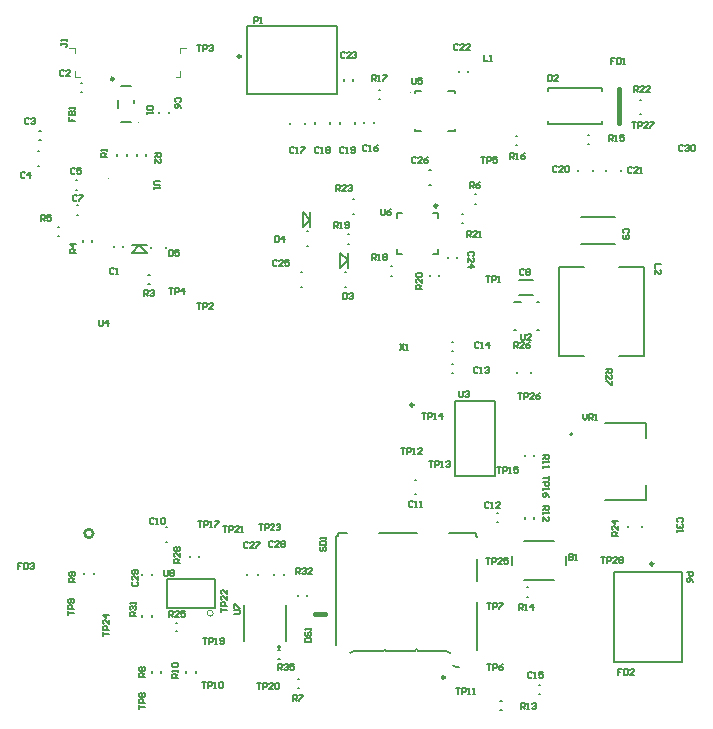
<source format=gto>
G04*
G04 #@! TF.GenerationSoftware,Altium Limited,Altium Designer,21.9.2 (33)*
G04*
G04 Layer_Color=65535*
%FSLAX25Y25*%
%MOIN*%
G70*
G04*
G04 #@! TF.SameCoordinates,C603DD54-685B-4B9A-A4C2-A7D413009CF4*
G04*
G04*
G04 #@! TF.FilePolarity,Positive*
G04*
G01*
G75*
%ADD10C,0.00787*%
%ADD11C,0.00984*%
%ADD12C,0.01000*%
%ADD13C,0.00394*%
%ADD14C,0.00000*%
%ADD15C,0.00500*%
%ADD16C,0.00800*%
%ADD17C,0.01575*%
%ADD18C,0.00669*%
%ADD19C,0.00600*%
D10*
X192283Y95555D02*
G03*
X192283Y95555I-394J0D01*
G01*
X94800Y24685D02*
G03*
X94800Y24685I-394J0D01*
G01*
X119722Y23433D02*
G03*
X118150Y22649I0J-1969D01*
G01*
X151492Y22593D02*
G03*
X149880Y23433I-1612J-1129D01*
G01*
X140255Y23826D02*
G03*
X139861Y23433I0J-394D01*
G01*
X130019D02*
G03*
X129625Y23826I-394J0D01*
G01*
X152460Y18463D02*
G03*
X153817Y17921I1357J1426D01*
G01*
X129625Y23826D02*
G03*
X129232Y23433I0J-394D01*
G01*
X140649D02*
G03*
X140255Y23826I-394J0D01*
G01*
X187700Y121799D02*
X195968D01*
X187700Y151327D02*
X195968D01*
X207779Y121799D02*
X216047D01*
X207779Y151327D02*
X216047D01*
X187700Y121799D02*
Y151327D01*
X216047Y121799D02*
Y151327D01*
X206180Y19800D02*
Y49800D01*
X228700D01*
Y19800D02*
Y49800D01*
X206180Y19800D02*
X228700D01*
X147291Y155588D02*
Y157261D01*
X145618Y155588D02*
X147291D01*
X133709D02*
Y157261D01*
Y155588D02*
X135382D01*
X133709Y167498D02*
Y169171D01*
X135382D01*
X147291Y167498D02*
Y169171D01*
X145618D02*
X147291D01*
X178501Y116010D02*
Y116403D01*
X173776Y116010D02*
Y116403D01*
X94210Y23811D02*
X94604D01*
X94210Y20661D02*
X94604D01*
X64919Y54602D02*
Y54996D01*
X67675Y54602D02*
Y54996D01*
X40632Y204275D02*
Y207031D01*
X46144Y205850D02*
Y207031D01*
X41616Y211558D02*
X45159D01*
X41616Y199747D02*
X45159D01*
X153817Y17921D02*
X154270D01*
X160486Y23630D02*
Y39575D01*
X160510Y46661D02*
Y54141D01*
X140649Y23433D02*
X149880D01*
X113463Y61543D02*
X113935D01*
X119722Y23433D02*
X129232D01*
X160510Y61228D02*
Y61543D01*
X151120Y62803D02*
X159309D01*
X113935D02*
X115923D01*
X113463Y25401D02*
Y61543D01*
X113935D02*
Y62803D01*
X127616D02*
X140490D01*
X159309D02*
X160037D01*
Y61543D02*
X160510D01*
X160037D02*
Y62803D01*
X115923D02*
X116986D01*
X130019Y23433D02*
X139861D01*
X102331Y164636D02*
Y169636D01*
Y164636D02*
X104831Y167136D01*
X102331Y169636D02*
X104831Y167136D01*
Y164636D02*
Y169636D01*
X103737Y163239D02*
X104138D01*
X103737Y158317D02*
X104138D01*
X45391Y156095D02*
X50391D01*
X47891Y158595D02*
X50391Y156095D01*
X45391D02*
X47891Y158595D01*
X45391D02*
X50391D01*
X51789Y157501D02*
Y157903D01*
X56710Y157501D02*
Y157903D01*
X195024Y167822D02*
X206466D01*
X195024Y158939D02*
X206466D01*
X174463Y142073D02*
X179187D01*
X174463Y146994D02*
X179187D01*
X139614Y196593D02*
X141779D01*
X150835D02*
X153000D01*
X150835Y209979D02*
X153000D01*
X139614D02*
X141779D01*
X139614Y209349D02*
Y209979D01*
Y196593D02*
Y197223D01*
X153000Y196593D02*
Y197223D01*
Y209349D02*
Y209979D01*
X202181Y199130D02*
Y200114D01*
X184071Y199130D02*
Y200114D01*
X202181Y209956D02*
Y210941D01*
X184071Y209956D02*
Y210941D01*
Y199130D02*
X202181D01*
X184071Y210941D02*
X202181D01*
X144575Y178729D02*
X144968D01*
X144575Y183651D02*
X144968D01*
X153891Y154282D02*
Y154676D01*
X150741Y154282D02*
Y154676D01*
X48628Y48746D02*
Y49140D01*
X52172Y48746D02*
Y49140D01*
X83758Y208990D02*
X113758D01*
X83758D02*
Y231509D01*
X113758D01*
Y208990D02*
Y231509D01*
X40440Y188432D02*
Y188826D01*
X43590Y188432D02*
Y188826D01*
X46940Y188432D02*
Y188826D01*
X50090Y188432D02*
Y188826D01*
X42541Y157924D02*
Y158318D01*
X39391Y157924D02*
Y158318D01*
X28407Y209625D02*
X28801D01*
X28407Y212775D02*
X28801D01*
X14566Y193525D02*
X14960D01*
X14566Y196675D02*
X14960D01*
X14060Y184939D02*
X14454D01*
X14060Y189861D02*
X14454D01*
X26654Y177025D02*
X27047D01*
X26654Y180175D02*
X27047D01*
X54588Y202756D02*
Y203150D01*
X57738Y202756D02*
Y203150D01*
X27161Y168796D02*
X27554D01*
X27161Y171946D02*
X27554D01*
X56671Y59625D02*
X57065D01*
X56671Y64546D02*
X57065D01*
X139803Y80461D02*
X140197D01*
X139803Y75539D02*
X140197D01*
X167154Y66225D02*
X167547D01*
X167154Y69375D02*
X167547D01*
X152119Y119075D02*
X152513D01*
X152119Y115925D02*
X152513D01*
X152119Y126378D02*
X152513D01*
X152119Y123228D02*
X152513D01*
X181150Y12090D02*
X181543D01*
X181150Y8941D02*
X181543D01*
X122889Y199169D02*
Y199563D01*
X126038Y199169D02*
Y199563D01*
X98039Y199079D02*
Y199472D01*
X102961Y199079D02*
Y199472D01*
X106539Y199111D02*
Y199505D01*
X111461Y199111D02*
Y199505D01*
X114794Y199111D02*
Y199505D01*
X119715Y199111D02*
Y199505D01*
X198961Y183360D02*
Y183754D01*
X194039Y183360D02*
Y183754D01*
X208461Y183403D02*
Y183797D01*
X203539Y183403D02*
Y183797D01*
X157575Y216403D02*
Y216797D01*
X154425Y216403D02*
Y216797D01*
X119165Y213459D02*
Y213853D01*
X116016Y213459D02*
Y213853D01*
X101803Y144639D02*
X102197D01*
X101803Y149561D02*
X102197D01*
X114912Y151058D02*
Y156058D01*
Y151058D02*
X117412Y153558D01*
X114912Y156058D02*
X117412Y153558D01*
Y151058D02*
Y156058D01*
X116318Y149661D02*
X116719D01*
X116318Y144739D02*
X116719D01*
X50903Y148675D02*
X51297D01*
X50903Y145525D02*
X51297D01*
X28925Y159803D02*
Y160197D01*
X32075Y159803D02*
Y160197D01*
X20753Y161575D02*
X21146D01*
X20753Y164724D02*
X21146D01*
X159757Y172339D02*
X160151D01*
X159757Y175489D02*
X160151D01*
X100700Y14104D02*
X101093D01*
X100700Y10955D02*
X101093D01*
X55097Y16149D02*
Y16543D01*
X51947Y16149D02*
Y16543D01*
X32612Y48933D02*
Y49327D01*
X29463Y48933D02*
Y49327D01*
X66711Y16149D02*
Y16543D01*
X63561Y16149D02*
Y16543D01*
X179575Y88178D02*
Y88572D01*
X176425Y88178D02*
Y88572D01*
X179575Y67443D02*
Y67837D01*
X176425Y67443D02*
Y67837D01*
X168253Y6657D02*
X168647D01*
X168253Y3508D02*
X168647D01*
X177092Y41425D02*
X177486D01*
X177092Y44574D02*
X177486D01*
X197303Y192236D02*
X197697D01*
X197303Y195386D02*
X197697D01*
X173468Y195035D02*
X173862D01*
X173468Y191886D02*
X173862D01*
X127654Y210368D02*
X128047D01*
X127654Y207218D02*
X128047D01*
X131720Y151575D02*
X132114D01*
X131720Y148425D02*
X132114D01*
X117394Y162156D02*
X117787D01*
X117394Y159006D02*
X117787D01*
X147882Y148303D02*
Y148697D01*
X144732Y148303D02*
Y148697D01*
X155269Y169122D02*
X155663D01*
X155269Y165972D02*
X155663D01*
X214803Y202238D02*
X215197D01*
X214803Y206962D02*
X215197D01*
X119107Y169147D02*
X119501D01*
X119107Y173872D02*
X119501D01*
X210638Y64503D02*
Y64897D01*
X215362Y64503D02*
Y64897D01*
X60184Y30065D02*
X60577D01*
X60184Y32821D02*
X60577D01*
X87454Y48539D02*
Y48933D01*
X83911Y48539D02*
Y48933D01*
X96154Y48539D02*
Y48933D01*
X92611Y48539D02*
Y48933D01*
X51975Y34789D02*
Y35183D01*
X48825Y34789D02*
Y35183D01*
X103757Y41739D02*
Y42133D01*
X100608Y41739D02*
Y42133D01*
D11*
X219200Y52367D02*
G03*
X219200Y52367I-500J0D01*
G01*
X147193Y171730D02*
G03*
X147193Y171730I-492J0D01*
G01*
X149703Y14574D02*
G03*
X149703Y14574I-492J0D01*
G01*
X39317Y214051D02*
G03*
X39317Y214051I-492J0D01*
G01*
X139230Y105327D02*
G03*
X139230Y105327I-492J0D01*
G01*
X81691Y221509D02*
G03*
X81691Y221509I-500J0D01*
G01*
D12*
X32447Y62528D02*
G03*
X32447Y62528I-1409J0D01*
G01*
D13*
X47522Y199550D02*
G03*
X47522Y199550I-197J0D01*
G01*
X138236Y209349D02*
G03*
X138236Y209349I-197J0D01*
G01*
X37620Y180705D02*
G03*
X37620Y180705I-197J0D01*
G01*
X26458Y214734D02*
Y216734D01*
Y214734D02*
X27958D01*
X59958D02*
X61458D01*
Y216734D01*
X24458Y224234D02*
X26458D01*
Y222734D02*
Y224234D01*
X61458Y222734D02*
Y224234D01*
X63458D01*
D14*
X72486Y35928D02*
G03*
X72486Y35928I-1000J0D01*
G01*
D15*
X203110Y73705D02*
X216890D01*
Y78587D01*
X203110Y99295D02*
X216890D01*
Y94413D02*
Y99295D01*
X82714Y26713D02*
Y38760D01*
X96651Y26713D02*
Y38760D01*
X221619Y152237D02*
X219619D01*
Y150904D01*
Y148905D02*
Y150238D01*
X220952Y148905D01*
X221286D01*
X221619Y149238D01*
Y149904D01*
X221286Y150238D01*
X195750Y102438D02*
Y101106D01*
X196417Y100439D01*
X197083Y101106D01*
Y102438D01*
X197750Y100439D02*
Y102438D01*
X198749D01*
X199083Y102105D01*
Y101439D01*
X198749Y101106D01*
X197750D01*
X198416D02*
X199083Y100439D01*
X199749D02*
X200415D01*
X200082D01*
Y102438D01*
X199749Y102105D01*
X230279Y49693D02*
X232278D01*
Y48694D01*
X231945Y48360D01*
X231278D01*
X230945Y48694D01*
Y49693D01*
X232278Y46361D02*
X231945Y47028D01*
X231278Y47694D01*
X230612D01*
X230279Y47361D01*
Y46694D01*
X230612Y46361D01*
X230945D01*
X231278Y46694D01*
Y47694D01*
X34510Y133499D02*
Y131833D01*
X34843Y131500D01*
X35509D01*
X35842Y131833D01*
Y133499D01*
X37508Y131500D02*
Y133499D01*
X36509Y132500D01*
X37842D01*
X128381Y170691D02*
Y169025D01*
X128714Y168692D01*
X129381D01*
X129714Y169025D01*
Y170691D01*
X131713D02*
X131047Y170358D01*
X130380Y169691D01*
Y169025D01*
X130714Y168692D01*
X131380D01*
X131713Y169025D01*
Y169358D01*
X131380Y169691D01*
X130380D01*
X203285Y117362D02*
X205284D01*
Y116362D01*
X204951Y116029D01*
X204285D01*
X203951Y116362D01*
Y117362D01*
Y116696D02*
X203285Y116029D01*
Y114030D02*
Y115363D01*
X204618Y114030D01*
X204951D01*
X205284Y114363D01*
Y115030D01*
X204951Y115363D01*
X205284Y113363D02*
Y112030D01*
X204951D01*
X203618Y113363D01*
X203285D01*
X172823Y124405D02*
Y126405D01*
X173823D01*
X174156Y126071D01*
Y125405D01*
X173823Y125072D01*
X172823D01*
X173490D02*
X174156Y124405D01*
X176155D02*
X174822D01*
X176155Y125738D01*
Y126071D01*
X175822Y126405D01*
X175156D01*
X174822Y126071D01*
X178155Y126405D02*
X177488Y126071D01*
X176822Y125405D01*
Y124739D01*
X177155Y124405D01*
X177822D01*
X178155Y124739D01*
Y125072D01*
X177822Y125405D01*
X176822D01*
X94087Y17059D02*
Y19058D01*
X95087D01*
X95420Y18725D01*
Y18059D01*
X95087Y17726D01*
X94087D01*
X94754D02*
X95420Y17059D01*
X96087Y18725D02*
X96420Y19058D01*
X97086D01*
X97420Y18725D01*
Y18392D01*
X97086Y18059D01*
X96753D01*
X97086D01*
X97420Y17726D01*
Y17392D01*
X97086Y17059D01*
X96420D01*
X96087Y17392D01*
X99419Y19058D02*
X98086D01*
Y18059D01*
X98752Y18392D01*
X99086D01*
X99419Y18059D01*
Y17392D01*
X99086Y17059D01*
X98419D01*
X98086Y17392D01*
X61391Y52510D02*
X59391D01*
Y53510D01*
X59724Y53843D01*
X60391D01*
X60724Y53510D01*
Y52510D01*
Y53177D02*
X61391Y53843D01*
Y55842D02*
Y54510D01*
X60058Y55842D01*
X59724D01*
X59391Y55509D01*
Y54843D01*
X59724Y54510D01*
Y56509D02*
X59391Y56842D01*
Y57509D01*
X59724Y57842D01*
X60058D01*
X60391Y57509D01*
X60724Y57842D01*
X61057D01*
X61391Y57509D01*
Y56842D01*
X61057Y56509D01*
X60724D01*
X60391Y56842D01*
X60058Y56509D01*
X59724D01*
X60391Y56842D02*
Y57509D01*
X191199Y55672D02*
Y53672D01*
X192198D01*
X192532Y54006D01*
Y54339D01*
X192198Y54672D01*
X191199D01*
X192198D01*
X192532Y55005D01*
Y55339D01*
X192198Y55672D01*
X191199D01*
X193198Y53672D02*
X193864D01*
X193531D01*
Y55672D01*
X193198Y55339D01*
X79486Y35819D02*
X81152D01*
X81485Y36152D01*
Y36819D01*
X81152Y37152D01*
X79486D01*
Y37818D02*
Y39151D01*
X79819D01*
X81152Y37818D01*
X81485D01*
X201628Y54664D02*
X202961D01*
X202294D01*
Y52665D01*
X203627D02*
Y54664D01*
X204627D01*
X204960Y54331D01*
Y53665D01*
X204627Y53332D01*
X203627D01*
X206960Y52665D02*
X205627D01*
X206960Y53998D01*
Y54331D01*
X206626Y54664D01*
X205960D01*
X205627Y54331D01*
X207626D02*
X207959Y54664D01*
X208626D01*
X208959Y54331D01*
Y53998D01*
X208626Y53665D01*
X208959Y53332D01*
Y52998D01*
X208626Y52665D01*
X207959D01*
X207626Y52998D01*
Y53332D01*
X207959Y53665D01*
X207626Y53998D01*
Y54331D01*
X207959Y53665D02*
X208626D01*
X52414Y204904D02*
X50415D01*
Y203905D01*
X50748Y203572D01*
X52081D01*
X52414Y203905D01*
Y204904D01*
X50415Y202905D02*
Y202239D01*
Y202572D01*
X52414D01*
X52081Y202905D01*
X24488Y201413D02*
Y200080D01*
X25487D01*
Y200746D01*
Y200080D01*
X26487D01*
X24488Y202079D02*
X26487D01*
Y203079D01*
X26154Y203412D01*
X25820D01*
X25487Y203079D01*
Y202079D01*
Y203079D01*
X25154Y203412D01*
X24821D01*
X24488Y203079D01*
Y202079D01*
X26487Y204079D02*
Y204745D01*
Y204412D01*
X24488D01*
X24821Y204079D01*
X108448Y57953D02*
X108115Y57620D01*
Y56954D01*
X108448Y56621D01*
X108781D01*
X109114Y56954D01*
Y57620D01*
X109447Y57953D01*
X109781D01*
X110114Y57620D01*
Y56954D01*
X109781Y56621D01*
X108115Y58620D02*
X110114D01*
Y59619D01*
X109781Y59953D01*
X108448D01*
X108115Y59619D01*
Y58620D01*
X110114Y60619D02*
Y61286D01*
Y60952D01*
X108115D01*
X108448Y60619D01*
X93194Y161699D02*
Y159699D01*
X94194D01*
X94527Y160033D01*
Y161365D01*
X94194Y161699D01*
X93194D01*
X96193Y159699D02*
Y161699D01*
X95193Y160699D01*
X96526D01*
X57826Y156907D02*
Y154908D01*
X58826D01*
X59159Y155241D01*
Y156574D01*
X58826Y156907D01*
X57826D01*
X61159D02*
X59826D01*
Y155907D01*
X60492Y156241D01*
X60825D01*
X61159Y155907D01*
Y155241D01*
X60825Y154908D01*
X60159D01*
X59826Y155241D01*
X103243Y26187D02*
X105243D01*
Y27187D01*
X104909Y27520D01*
X103577D01*
X103243Y27187D01*
Y26187D01*
X103577Y29520D02*
X103243Y29186D01*
Y28520D01*
X103577Y28187D01*
X103910D01*
X104243Y28520D01*
Y29186D01*
X104576Y29520D01*
X104909D01*
X105243Y29186D01*
Y28520D01*
X104909Y28187D01*
X105243Y30186D02*
Y30853D01*
Y30519D01*
X103243D01*
X103577Y30186D01*
X21601Y226067D02*
Y225401D01*
Y225734D01*
X23267D01*
X23600Y225401D01*
Y225067D01*
X23267Y224734D01*
X23600Y226734D02*
Y227400D01*
Y227067D01*
X21601D01*
X21934Y226734D01*
X210841Y162682D02*
X211174Y163015D01*
Y163682D01*
X210841Y164015D01*
X209508D01*
X209174Y163682D01*
Y163015D01*
X209508Y162682D01*
Y162015D02*
X209174Y161682D01*
Y161016D01*
X209508Y160683D01*
X210841D01*
X211174Y161016D01*
Y161682D01*
X210841Y162015D01*
X210507D01*
X210174Y161682D01*
Y160683D01*
X175937Y150199D02*
X175603Y150533D01*
X174937D01*
X174604Y150199D01*
Y148866D01*
X174937Y148533D01*
X175603D01*
X175937Y148866D01*
X176603Y150199D02*
X176936Y150533D01*
X177603D01*
X177936Y150199D01*
Y149866D01*
X177603Y149533D01*
X177936Y149200D01*
Y148866D01*
X177603Y148533D01*
X176936D01*
X176603Y148866D01*
Y149200D01*
X176936Y149533D01*
X176603Y149866D01*
Y150199D01*
X176936Y149533D02*
X177603D01*
X8667Y52492D02*
X7334D01*
Y51492D01*
X8001D01*
X7334D01*
Y50492D01*
X9334Y52492D02*
Y50492D01*
X10333D01*
X10667Y50826D01*
Y52158D01*
X10333Y52492D01*
X9334D01*
X11333Y52158D02*
X11666Y52492D01*
X12333D01*
X12666Y52158D01*
Y51825D01*
X12333Y51492D01*
X11999D01*
X12333D01*
X12666Y51159D01*
Y50826D01*
X12333Y50492D01*
X11666D01*
X11333Y50826D01*
X175199Y129114D02*
Y127448D01*
X175532Y127114D01*
X176199D01*
X176532Y127448D01*
Y129114D01*
X178531Y127114D02*
X177198D01*
X178531Y128447D01*
Y128781D01*
X178198Y129114D01*
X177532D01*
X177198Y128781D01*
X138834Y214200D02*
Y212534D01*
X139167Y212200D01*
X139834D01*
X140167Y212534D01*
Y214200D01*
X142166D02*
X140833D01*
Y213200D01*
X141500Y213533D01*
X141833D01*
X142166Y213200D01*
Y212534D01*
X141833Y212200D01*
X141166D01*
X140833Y212534D01*
X184152Y215399D02*
Y213399D01*
X185152D01*
X185485Y213733D01*
Y215066D01*
X185152Y215399D01*
X184152D01*
X187485Y213399D02*
X186152D01*
X187485Y214732D01*
Y215066D01*
X187151Y215399D01*
X186485D01*
X186152Y215066D01*
X54783Y180099D02*
X53117D01*
X52783Y179766D01*
Y179100D01*
X53117Y178766D01*
X54783D01*
X52783Y178100D02*
Y177433D01*
Y177767D01*
X54783D01*
X54449Y178100D01*
X162767Y221994D02*
Y219995D01*
X164100D01*
X164767D02*
X165433D01*
X165100D01*
Y221994D01*
X164767Y221661D01*
X228801Y66353D02*
X229134Y66686D01*
Y67353D01*
X228801Y67686D01*
X227468D01*
X227134Y67353D01*
Y66686D01*
X227468Y66353D01*
X228801Y65687D02*
X229134Y65354D01*
Y64687D01*
X228801Y64354D01*
X228467D01*
X228134Y64687D01*
Y65020D01*
Y64687D01*
X227801Y64354D01*
X227468D01*
X227134Y64687D01*
Y65354D01*
X227468Y65687D01*
X227134Y63687D02*
Y63021D01*
Y63354D01*
X229134D01*
X228801Y63687D01*
X140151Y187767D02*
X139818Y188100D01*
X139152D01*
X138819Y187767D01*
Y186434D01*
X139152Y186100D01*
X139818D01*
X140151Y186434D01*
X142151Y186100D02*
X140818D01*
X142151Y187433D01*
Y187767D01*
X141817Y188100D01*
X141151D01*
X140818Y187767D01*
X144150Y188100D02*
X143484Y187767D01*
X142817Y187100D01*
Y186434D01*
X143150Y186100D01*
X143817D01*
X144150Y186434D01*
Y186767D01*
X143817Y187100D01*
X142817D01*
X159167Y155049D02*
X159500Y155382D01*
Y156049D01*
X159167Y156382D01*
X157834D01*
X157500Y156049D01*
Y155382D01*
X157834Y155049D01*
X157500Y153050D02*
Y154383D01*
X158833Y153050D01*
X159167D01*
X159500Y153383D01*
Y154049D01*
X159167Y154383D01*
X157500Y151384D02*
X159500D01*
X158500Y152383D01*
Y151050D01*
X45600Y46431D02*
X45267Y46097D01*
Y45431D01*
X45600Y45098D01*
X46933D01*
X47266Y45431D01*
Y46097D01*
X46933Y46431D01*
X47266Y48430D02*
Y47097D01*
X45933Y48430D01*
X45600D01*
X45267Y48097D01*
Y47430D01*
X45600Y47097D01*
X46933Y49096D02*
X47266Y49430D01*
Y50096D01*
X46933Y50429D01*
X45600D01*
X45267Y50096D01*
Y49430D01*
X45600Y49096D01*
X45933D01*
X46266Y49430D01*
Y50429D01*
X56162Y50338D02*
Y48672D01*
X56495Y48339D01*
X57161D01*
X57495Y48672D01*
Y50338D01*
X58161Y50005D02*
X58494Y50338D01*
X59161D01*
X59494Y50005D01*
Y49672D01*
X59161Y49338D01*
X59494Y49005D01*
Y48672D01*
X59161Y48339D01*
X58494D01*
X58161Y48672D01*
Y49005D01*
X58494Y49338D01*
X58161Y49672D01*
Y50005D01*
X58494Y49338D02*
X59161D01*
X134910Y125500D02*
X136243Y123500D01*
Y125500D02*
X134910Y123500D01*
X136909D02*
X137576D01*
X137242D01*
Y125500D01*
X136909Y125166D01*
X154383Y109858D02*
Y108192D01*
X154716Y107858D01*
X155383D01*
X155716Y108192D01*
Y109858D01*
X156382Y109524D02*
X156716Y109858D01*
X157382D01*
X157715Y109524D01*
Y109191D01*
X157382Y108858D01*
X157049D01*
X157382D01*
X157715Y108525D01*
Y108192D01*
X157382Y107858D01*
X156716D01*
X156382Y108192D01*
X86000Y232500D02*
Y234499D01*
X87000D01*
X87333Y234166D01*
Y233500D01*
X87000Y233166D01*
X86000D01*
X87999Y232500D02*
X88666D01*
X88333D01*
Y234499D01*
X87999Y234166D01*
X37253Y187932D02*
X35253D01*
Y188932D01*
X35587Y189265D01*
X36253D01*
X36586Y188932D01*
Y187932D01*
Y188599D02*
X37253Y189265D01*
Y189932D02*
Y190598D01*
Y190265D01*
X35253D01*
X35587Y189932D01*
X52970Y189368D02*
X54969D01*
Y188369D01*
X54636Y188036D01*
X53970D01*
X53636Y188369D01*
Y189368D01*
Y188702D02*
X52970Y188036D01*
Y186036D02*
Y187369D01*
X54303Y186036D01*
X54636D01*
X54969Y186370D01*
Y187036D01*
X54636Y187369D01*
X39391Y150721D02*
X39058Y151054D01*
X38392D01*
X38058Y150721D01*
Y149388D01*
X38392Y149055D01*
X39058D01*
X39391Y149388D01*
X40058Y149055D02*
X40724D01*
X40391D01*
Y151054D01*
X40058Y150721D01*
X22604Y216527D02*
X22271Y216860D01*
X21604D01*
X21271Y216527D01*
Y215194D01*
X21604Y214861D01*
X22271D01*
X22604Y215194D01*
X24603Y214861D02*
X23270D01*
X24603Y216194D01*
Y216527D01*
X24270Y216860D01*
X23603D01*
X23270Y216527D01*
X10985Y200598D02*
X10652Y200931D01*
X9985D01*
X9652Y200598D01*
Y199265D01*
X9985Y198932D01*
X10652D01*
X10985Y199265D01*
X11651Y200598D02*
X11985Y200931D01*
X12651D01*
X12984Y200598D01*
Y200265D01*
X12651Y199932D01*
X12318D01*
X12651D01*
X12984Y199598D01*
Y199265D01*
X12651Y198932D01*
X11985D01*
X11651Y199265D01*
X9593Y182731D02*
X9260Y183064D01*
X8593D01*
X8260Y182731D01*
Y181398D01*
X8593Y181064D01*
X9260D01*
X9593Y181398D01*
X11259Y181064D02*
Y183064D01*
X10259Y182064D01*
X11592D01*
X26515Y183849D02*
X26181Y184182D01*
X25515D01*
X25182Y183849D01*
Y182516D01*
X25515Y182183D01*
X26181D01*
X26515Y182516D01*
X28514Y184182D02*
X27181D01*
Y183182D01*
X27847Y183516D01*
X28181D01*
X28514Y183182D01*
Y182516D01*
X28181Y182183D01*
X27514D01*
X27181Y182516D01*
X61554Y206173D02*
X61887Y206507D01*
Y207173D01*
X61554Y207506D01*
X60221D01*
X59888Y207173D01*
Y206507D01*
X60221Y206173D01*
X61887Y204174D02*
X61554Y204840D01*
X60887Y205507D01*
X60221D01*
X59888Y205174D01*
Y204507D01*
X60221Y204174D01*
X60554D01*
X60887Y204507D01*
Y205507D01*
X27090Y175138D02*
X26756Y175471D01*
X26090D01*
X25757Y175138D01*
Y173805D01*
X26090Y173472D01*
X26756D01*
X27090Y173805D01*
X27756Y175471D02*
X29089D01*
Y175138D01*
X27756Y173805D01*
Y173472D01*
X52748Y67338D02*
X52415Y67671D01*
X51749D01*
X51415Y67338D01*
Y66005D01*
X51749Y65672D01*
X52415D01*
X52748Y66005D01*
X53415Y65672D02*
X54081D01*
X53748D01*
Y67671D01*
X53415Y67338D01*
X55081D02*
X55414Y67671D01*
X56081D01*
X56414Y67338D01*
Y66005D01*
X56081Y65672D01*
X55414D01*
X55081Y66005D01*
Y67338D01*
X139167Y72838D02*
X138834Y73172D01*
X138167D01*
X137834Y72838D01*
Y71506D01*
X138167Y71172D01*
X138834D01*
X139167Y71506D01*
X139833Y71172D02*
X140500D01*
X140167D01*
Y73172D01*
X139833Y72838D01*
X141499Y71172D02*
X142166D01*
X141833D01*
Y73172D01*
X141499Y72838D01*
X164469Y72769D02*
X164135Y73102D01*
X163469D01*
X163136Y72769D01*
Y71436D01*
X163469Y71103D01*
X164135D01*
X164469Y71436D01*
X165135Y71103D02*
X165802D01*
X165468D01*
Y73102D01*
X165135Y72769D01*
X168134Y71103D02*
X166801D01*
X168134Y72436D01*
Y72769D01*
X167801Y73102D01*
X167134D01*
X166801Y72769D01*
X160748Y117581D02*
X160415Y117914D01*
X159748D01*
X159415Y117581D01*
Y116248D01*
X159748Y115914D01*
X160415D01*
X160748Y116248D01*
X161414Y115914D02*
X162081D01*
X161748D01*
Y117914D01*
X161414Y117581D01*
X163081D02*
X163414Y117914D01*
X164080D01*
X164413Y117581D01*
Y117247D01*
X164080Y116914D01*
X163747D01*
X164080D01*
X164413Y116581D01*
Y116248D01*
X164080Y115914D01*
X163414D01*
X163081Y116248D01*
X161073Y125922D02*
X160740Y126256D01*
X160074D01*
X159740Y125922D01*
Y124590D01*
X160074Y124256D01*
X160740D01*
X161073Y124590D01*
X161740Y124256D02*
X162406D01*
X162073D01*
Y126256D01*
X161740Y125922D01*
X164406Y124256D02*
Y126256D01*
X163406Y125256D01*
X164739D01*
X178704Y16149D02*
X178371Y16482D01*
X177704D01*
X177371Y16149D01*
Y14816D01*
X177704Y14483D01*
X178371D01*
X178704Y14816D01*
X179370Y14483D02*
X180037D01*
X179703D01*
Y16482D01*
X179370Y16149D01*
X182369Y16482D02*
X181036D01*
Y15482D01*
X181703Y15815D01*
X182036D01*
X182369Y15482D01*
Y14816D01*
X182036Y14483D01*
X181370D01*
X181036Y14816D01*
X123870Y191581D02*
X123536Y191914D01*
X122870D01*
X122537Y191581D01*
Y190248D01*
X122870Y189915D01*
X123536D01*
X123870Y190248D01*
X124536Y189915D02*
X125202D01*
X124869D01*
Y191914D01*
X124536Y191581D01*
X127535Y191914D02*
X126868Y191581D01*
X126202Y190914D01*
Y190248D01*
X126535Y189915D01*
X127202D01*
X127535Y190248D01*
Y190581D01*
X127202Y190914D01*
X126202D01*
X99334Y191002D02*
X99001Y191335D01*
X98334D01*
X98001Y191002D01*
Y189669D01*
X98334Y189336D01*
X99001D01*
X99334Y189669D01*
X100000Y189336D02*
X100667D01*
X100333D01*
Y191335D01*
X100000Y191002D01*
X101666Y191335D02*
X102999D01*
Y191002D01*
X101666Y189669D01*
Y189336D01*
X107801Y191002D02*
X107467Y191335D01*
X106801D01*
X106468Y191002D01*
Y189669D01*
X106801Y189336D01*
X107467D01*
X107801Y189669D01*
X108467Y189336D02*
X109134D01*
X108800D01*
Y191335D01*
X108467Y191002D01*
X110133D02*
X110467Y191335D01*
X111133D01*
X111466Y191002D01*
Y190669D01*
X111133Y190336D01*
X111466Y190003D01*
Y189669D01*
X111133Y189336D01*
X110467D01*
X110133Y189669D01*
Y190003D01*
X110467Y190336D01*
X110133Y190669D01*
Y191002D01*
X110467Y190336D02*
X111133D01*
X116039Y190874D02*
X115706Y191208D01*
X115040D01*
X114707Y190874D01*
Y189541D01*
X115040Y189208D01*
X115706D01*
X116039Y189541D01*
X116706Y189208D02*
X117372D01*
X117039D01*
Y191208D01*
X116706Y190874D01*
X118372Y189541D02*
X118705Y189208D01*
X119372D01*
X119705Y189541D01*
Y190874D01*
X119372Y191208D01*
X118705D01*
X118372Y190874D01*
Y190541D01*
X118705Y190208D01*
X119705D01*
X187151Y184711D02*
X186818Y185044D01*
X186152D01*
X185819Y184711D01*
Y183378D01*
X186152Y183045D01*
X186818D01*
X187151Y183378D01*
X189151Y183045D02*
X187818D01*
X189151Y184378D01*
Y184711D01*
X188818Y185044D01*
X188151D01*
X187818Y184711D01*
X189817D02*
X190150Y185044D01*
X190817D01*
X191150Y184711D01*
Y183378D01*
X190817Y183045D01*
X190150D01*
X189817Y183378D01*
Y184711D01*
X212032Y184317D02*
X211699Y184650D01*
X211032D01*
X210699Y184317D01*
Y182984D01*
X211032Y182651D01*
X211699D01*
X212032Y182984D01*
X214031Y182651D02*
X212698D01*
X214031Y183984D01*
Y184317D01*
X213698Y184650D01*
X213032D01*
X212698Y184317D01*
X214698Y182651D02*
X215364D01*
X215031D01*
Y184650D01*
X214698Y184317D01*
X153936Y225464D02*
X153603Y225797D01*
X152936D01*
X152603Y225464D01*
Y224131D01*
X152936Y223798D01*
X153603D01*
X153936Y224131D01*
X155935Y223798D02*
X154602D01*
X155935Y225131D01*
Y225464D01*
X155602Y225797D01*
X154936D01*
X154602Y225464D01*
X157935Y223798D02*
X156602D01*
X157935Y225131D01*
Y225464D01*
X157601Y225797D01*
X156935D01*
X156602Y225464D01*
X116257Y222661D02*
X115924Y222994D01*
X115258D01*
X114924Y222661D01*
Y221328D01*
X115258Y220995D01*
X115924D01*
X116257Y221328D01*
X118257Y220995D02*
X116924D01*
X118257Y222328D01*
Y222661D01*
X117923Y222994D01*
X117257D01*
X116924Y222661D01*
X118923D02*
X119256Y222994D01*
X119923D01*
X120256Y222661D01*
Y222328D01*
X119923Y221994D01*
X119590D01*
X119923D01*
X120256Y221661D01*
Y221328D01*
X119923Y220995D01*
X119256D01*
X118923Y221328D01*
X93921Y153275D02*
X93588Y153608D01*
X92921D01*
X92588Y153275D01*
Y151942D01*
X92921Y151609D01*
X93588D01*
X93921Y151942D01*
X95920Y151609D02*
X94587D01*
X95920Y152942D01*
Y153275D01*
X95587Y153608D01*
X94921D01*
X94587Y153275D01*
X97920Y153608D02*
X96587D01*
Y152609D01*
X97253Y152942D01*
X97587D01*
X97920Y152609D01*
Y151942D01*
X97587Y151609D01*
X96920D01*
X96587Y151942D01*
X115669Y142693D02*
Y140693D01*
X116669D01*
X117002Y141027D01*
Y142360D01*
X116669Y142693D01*
X115669D01*
X117669Y142360D02*
X118002Y142693D01*
X118668D01*
X119001Y142360D01*
Y142026D01*
X118668Y141693D01*
X118335D01*
X118668D01*
X119001Y141360D01*
Y141027D01*
X118668Y140693D01*
X118002D01*
X117669Y141027D01*
X49339Y141595D02*
Y143594D01*
X50339D01*
X50672Y143261D01*
Y142595D01*
X50339Y142261D01*
X49339D01*
X50006D02*
X50672Y141595D01*
X51339Y143261D02*
X51672Y143594D01*
X52338D01*
X52672Y143261D01*
Y142928D01*
X52338Y142595D01*
X52005D01*
X52338D01*
X52672Y142261D01*
Y141928D01*
X52338Y141595D01*
X51672D01*
X51339Y141928D01*
X26848Y155962D02*
X24848D01*
Y156962D01*
X25182Y157295D01*
X25848D01*
X26181Y156962D01*
Y155962D01*
Y156629D02*
X26848Y157295D01*
Y158961D02*
X24848D01*
X25848Y157962D01*
Y159294D01*
X15164Y166770D02*
Y168769D01*
X16163D01*
X16497Y168436D01*
Y167769D01*
X16163Y167436D01*
X15164D01*
X15830D02*
X16497Y166770D01*
X18496Y168769D02*
X17163D01*
Y167769D01*
X17830Y168103D01*
X18163D01*
X18496Y167769D01*
Y167103D01*
X18163Y166770D01*
X17496D01*
X17163Y167103D01*
X158091Y177730D02*
Y179729D01*
X159090D01*
X159424Y179396D01*
Y178729D01*
X159090Y178396D01*
X158091D01*
X158757D02*
X159424Y177730D01*
X161423Y179729D02*
X160757Y179396D01*
X160090Y178729D01*
Y178063D01*
X160423Y177730D01*
X161090D01*
X161423Y178063D01*
Y178396D01*
X161090Y178729D01*
X160090D01*
X99231Y6563D02*
Y8562D01*
X100230D01*
X100564Y8229D01*
Y7562D01*
X100230Y7229D01*
X99231D01*
X99897D02*
X100564Y6563D01*
X101230Y8562D02*
X102563D01*
Y8229D01*
X101230Y6896D01*
Y6563D01*
X49628Y14680D02*
X47629D01*
Y15679D01*
X47962Y16013D01*
X48628D01*
X48962Y15679D01*
Y14680D01*
Y15346D02*
X49628Y16013D01*
X47962Y16679D02*
X47629Y17012D01*
Y17679D01*
X47962Y18012D01*
X48295D01*
X48628Y17679D01*
X48962Y18012D01*
X49295D01*
X49628Y17679D01*
Y17012D01*
X49295Y16679D01*
X48962D01*
X48628Y17012D01*
X48295Y16679D01*
X47962D01*
X48628Y17012D02*
Y17679D01*
X26435Y46288D02*
X24436D01*
Y47288D01*
X24769Y47621D01*
X25435D01*
X25769Y47288D01*
Y46288D01*
Y46955D02*
X26435Y47621D01*
X26102Y48288D02*
X26435Y48621D01*
Y49287D01*
X26102Y49621D01*
X24769D01*
X24436Y49287D01*
Y48621D01*
X24769Y48288D01*
X25102D01*
X25435Y48621D01*
Y49621D01*
X60836Y14264D02*
X58837D01*
Y15264D01*
X59170Y15597D01*
X59836D01*
X60170Y15264D01*
Y14264D01*
Y14931D02*
X60836Y15597D01*
Y16263D02*
Y16930D01*
Y16597D01*
X58837D01*
X59170Y16263D01*
Y17930D02*
X58837Y18263D01*
Y18929D01*
X59170Y19263D01*
X60503D01*
X60836Y18929D01*
Y18263D01*
X60503Y17930D01*
X59170D01*
X182499Y88671D02*
X184498D01*
Y87671D01*
X184165Y87338D01*
X183498D01*
X183165Y87671D01*
Y88671D01*
Y88004D02*
X182499Y87338D01*
Y86671D02*
Y86005D01*
Y86338D01*
X184498D01*
X184165Y86671D01*
X182499Y85005D02*
Y84339D01*
Y84672D01*
X184498D01*
X184165Y85005D01*
X182414Y71573D02*
X184413D01*
Y70573D01*
X184080Y70240D01*
X183413D01*
X183080Y70573D01*
Y71573D01*
Y70906D02*
X182414Y70240D01*
Y69573D02*
Y68907D01*
Y69240D01*
X184413D01*
X184080Y69573D01*
X182414Y66574D02*
Y67907D01*
X183747Y66574D01*
X184080D01*
X184413Y66907D01*
Y67574D01*
X184080Y67907D01*
X175239Y4083D02*
Y6082D01*
X176239D01*
X176572Y5749D01*
Y5082D01*
X176239Y4749D01*
X175239D01*
X175906D02*
X176572Y4083D01*
X177239D02*
X177905D01*
X177572D01*
Y6082D01*
X177239Y5749D01*
X178905D02*
X179238Y6082D01*
X179905D01*
X180238Y5749D01*
Y5416D01*
X179905Y5082D01*
X179571D01*
X179905D01*
X180238Y4749D01*
Y4416D01*
X179905Y4083D01*
X179238D01*
X178905Y4416D01*
X174397Y37071D02*
Y39070D01*
X175397D01*
X175730Y38737D01*
Y38071D01*
X175397Y37738D01*
X174397D01*
X175064D02*
X175730Y37071D01*
X176397D02*
X177063D01*
X176730D01*
Y39070D01*
X176397Y38737D01*
X179062Y37071D02*
Y39070D01*
X178063Y38071D01*
X179396D01*
X204438Y193351D02*
Y195350D01*
X205437D01*
X205771Y195017D01*
Y194350D01*
X205437Y194017D01*
X204438D01*
X205104D02*
X205771Y193351D01*
X206437D02*
X207104D01*
X206770D01*
Y195350D01*
X206437Y195017D01*
X209436Y195350D02*
X208103D01*
Y194350D01*
X208770Y194683D01*
X209103D01*
X209436Y194350D01*
Y193684D01*
X209103Y193351D01*
X208436D01*
X208103Y193684D01*
X171363Y187250D02*
Y189250D01*
X172363D01*
X172696Y188917D01*
Y188250D01*
X172363Y187917D01*
X171363D01*
X172029D02*
X172696Y187250D01*
X173362D02*
X174029D01*
X173696D01*
Y189250D01*
X173362Y188917D01*
X176361Y189250D02*
X175695Y188917D01*
X175029Y188250D01*
Y187584D01*
X175362Y187250D01*
X176028D01*
X176361Y187584D01*
Y187917D01*
X176028Y188250D01*
X175029D01*
X125548Y213182D02*
Y215182D01*
X126548D01*
X126881Y214849D01*
Y214182D01*
X126548Y213849D01*
X125548D01*
X126215D02*
X126881Y213182D01*
X127547D02*
X128214D01*
X127881D01*
Y215182D01*
X127547Y214849D01*
X129214Y215182D02*
X130546D01*
Y214849D01*
X129214Y213516D01*
Y213182D01*
X125548Y153716D02*
Y155716D01*
X126548D01*
X126881Y155382D01*
Y154716D01*
X126548Y154383D01*
X125548D01*
X126215D02*
X126881Y153716D01*
X127547D02*
X128214D01*
X127881D01*
Y155716D01*
X127547Y155382D01*
X129214D02*
X129547Y155716D01*
X130213D01*
X130546Y155382D01*
Y155049D01*
X130213Y154716D01*
X130546Y154383D01*
Y154049D01*
X130213Y153716D01*
X129547D01*
X129214Y154049D01*
Y154383D01*
X129547Y154716D01*
X129214Y155049D01*
Y155382D01*
X129547Y154716D02*
X130213D01*
X112787Y164333D02*
Y166332D01*
X113786D01*
X114120Y165999D01*
Y165332D01*
X113786Y164999D01*
X112787D01*
X113453D02*
X114120Y164333D01*
X114786D02*
X115453D01*
X115119D01*
Y166332D01*
X114786Y165999D01*
X116452Y164666D02*
X116786Y164333D01*
X117452D01*
X117785Y164666D01*
Y165999D01*
X117452Y166332D01*
X116786D01*
X116452Y165999D01*
Y165665D01*
X116786Y165332D01*
X117785D01*
X142228Y143964D02*
X140229D01*
Y144964D01*
X140562Y145297D01*
X141228D01*
X141562Y144964D01*
Y143964D01*
Y144631D02*
X142228Y145297D01*
Y147296D02*
Y145964D01*
X140895Y147296D01*
X140562D01*
X140229Y146963D01*
Y146297D01*
X140562Y145964D01*
Y147963D02*
X140229Y148296D01*
Y148962D01*
X140562Y149296D01*
X141895D01*
X142228Y148962D01*
Y148296D01*
X141895Y147963D01*
X140562D01*
X156976Y161451D02*
Y163451D01*
X157976D01*
X158309Y163118D01*
Y162451D01*
X157976Y162118D01*
X156976D01*
X157643D02*
X158309Y161451D01*
X160309D02*
X158976D01*
X160309Y162784D01*
Y163118D01*
X159976Y163451D01*
X159309D01*
X158976Y163118D01*
X160975Y161451D02*
X161642D01*
X161308D01*
Y163451D01*
X160975Y163118D01*
X212901Y209507D02*
Y211506D01*
X213901D01*
X214234Y211173D01*
Y210506D01*
X213901Y210173D01*
X212901D01*
X213568D02*
X214234Y209507D01*
X216233D02*
X214900D01*
X216233Y210840D01*
Y211173D01*
X215900Y211506D01*
X215234D01*
X214900Y211173D01*
X218233Y209507D02*
X216900D01*
X218233Y210840D01*
Y211173D01*
X217899Y211506D01*
X217233D01*
X216900Y211173D01*
X113425Y176710D02*
Y178709D01*
X114425D01*
X114758Y178376D01*
Y177709D01*
X114425Y177376D01*
X113425D01*
X114092D02*
X114758Y176710D01*
X116757D02*
X115425D01*
X116757Y178043D01*
Y178376D01*
X116424Y178709D01*
X115758D01*
X115425Y178376D01*
X117424D02*
X117757Y178709D01*
X118424D01*
X118757Y178376D01*
Y178043D01*
X118424Y177709D01*
X118090D01*
X118424D01*
X118757Y177376D01*
Y177043D01*
X118424Y176710D01*
X117757D01*
X117424Y177043D01*
X207493Y61812D02*
X205494D01*
Y62812D01*
X205827Y63145D01*
X206494D01*
X206827Y62812D01*
Y61812D01*
Y62478D02*
X207493Y63145D01*
Y65144D02*
Y63811D01*
X206160Y65144D01*
X205827D01*
X205494Y64811D01*
Y64144D01*
X205827Y63811D01*
X207493Y66810D02*
X205494D01*
X206494Y65811D01*
Y67144D01*
X163527Y148200D02*
X164860D01*
X164193D01*
Y146200D01*
X165526D02*
Y148200D01*
X166526D01*
X166859Y147866D01*
Y147200D01*
X166526Y146867D01*
X165526D01*
X167525Y146200D02*
X168192D01*
X167859D01*
Y148200D01*
X167525Y147866D01*
X67194Y139481D02*
X68527D01*
X67861D01*
Y137481D01*
X69194D02*
Y139481D01*
X70193D01*
X70527Y139148D01*
Y138481D01*
X70193Y138148D01*
X69194D01*
X72526Y137481D02*
X71193D01*
X72526Y138814D01*
Y139148D01*
X72193Y139481D01*
X71526D01*
X71193Y139148D01*
X67251Y225307D02*
X68583D01*
X67917D01*
Y223308D01*
X69250D02*
Y225307D01*
X70249D01*
X70583Y224974D01*
Y224308D01*
X70249Y223974D01*
X69250D01*
X71249Y224974D02*
X71582Y225307D01*
X72249D01*
X72582Y224974D01*
Y224641D01*
X72249Y224308D01*
X71916D01*
X72249D01*
X72582Y223974D01*
Y223641D01*
X72249Y223308D01*
X71582D01*
X71249Y223641D01*
X57828Y144163D02*
X59161D01*
X58494D01*
Y142163D01*
X59827D02*
Y144163D01*
X60827D01*
X61160Y143830D01*
Y143163D01*
X60827Y142830D01*
X59827D01*
X62826Y142163D02*
Y144163D01*
X61827Y143163D01*
X63160D01*
X161669Y187903D02*
X163002D01*
X162335D01*
Y185903D01*
X163668D02*
Y187903D01*
X164668D01*
X165001Y187570D01*
Y186903D01*
X164668Y186570D01*
X163668D01*
X167000Y187903D02*
X165668D01*
Y186903D01*
X166334Y187236D01*
X166667D01*
X167000Y186903D01*
Y186237D01*
X166667Y185903D01*
X166001D01*
X165668Y186237D01*
X163834Y18921D02*
X165167D01*
X164501D01*
Y16922D01*
X165833D02*
Y18921D01*
X166833D01*
X167166Y18588D01*
Y17921D01*
X166833Y17588D01*
X165833D01*
X169166Y18921D02*
X168499Y18588D01*
X167833Y17921D01*
Y17255D01*
X168166Y16922D01*
X168833D01*
X169166Y17255D01*
Y17588D01*
X168833Y17921D01*
X167833D01*
X163834Y39245D02*
X165167D01*
X164501D01*
Y37246D01*
X165833D02*
Y39245D01*
X166833D01*
X167166Y38912D01*
Y38246D01*
X166833Y37912D01*
X165833D01*
X167833Y39245D02*
X169166D01*
Y38912D01*
X167833Y37579D01*
Y37246D01*
X47826Y3834D02*
Y5167D01*
Y4501D01*
X49825D01*
Y5834D02*
X47826D01*
Y6833D01*
X48159Y7166D01*
X48825D01*
X49158Y6833D01*
Y5834D01*
X48159Y7833D02*
X47826Y8166D01*
Y8833D01*
X48159Y9166D01*
X48492D01*
X48825Y8833D01*
X49158Y9166D01*
X49492D01*
X49825Y8833D01*
Y8166D01*
X49492Y7833D01*
X49158D01*
X48825Y8166D01*
X48492Y7833D01*
X48159D01*
X48825Y8166D02*
Y8833D01*
X24248Y35480D02*
Y36813D01*
Y36146D01*
X26247D01*
Y37479D02*
X24248D01*
Y38479D01*
X24581Y38812D01*
X25248D01*
X25581Y38479D01*
Y37479D01*
X25914Y39478D02*
X26247Y39812D01*
Y40478D01*
X25914Y40811D01*
X24581D01*
X24248Y40478D01*
Y39812D01*
X24581Y39478D01*
X24914D01*
X25248Y39812D01*
Y40811D01*
X68766Y13090D02*
X70099D01*
X69433D01*
Y11090D01*
X70766D02*
Y13090D01*
X71766D01*
X72099Y12756D01*
Y12090D01*
X71766Y11757D01*
X70766D01*
X72765Y11090D02*
X73432D01*
X73098D01*
Y13090D01*
X72765Y12756D01*
X74431D02*
X74765Y13090D01*
X75431D01*
X75764Y12756D01*
Y11423D01*
X75431Y11090D01*
X74765D01*
X74431Y11423D01*
Y12756D01*
X153336Y11062D02*
X154669D01*
X154002D01*
Y9063D01*
X155335D02*
Y11062D01*
X156335D01*
X156668Y10729D01*
Y10063D01*
X156335Y9729D01*
X155335D01*
X157335Y9063D02*
X158001D01*
X157668D01*
Y11062D01*
X157335Y10729D01*
X159001Y9063D02*
X159667D01*
X159334D01*
Y11062D01*
X159001Y10729D01*
X135239Y90948D02*
X136572D01*
X135906D01*
Y88948D01*
X137239D02*
Y90948D01*
X138238D01*
X138572Y90614D01*
Y89948D01*
X138238Y89615D01*
X137239D01*
X139238Y88948D02*
X139904D01*
X139571D01*
Y90948D01*
X139238Y90614D01*
X142237Y88948D02*
X140904D01*
X142237Y90281D01*
Y90614D01*
X141904Y90948D01*
X141237D01*
X140904Y90614D01*
X144383Y86599D02*
X145716D01*
X145050D01*
Y84599D01*
X146382D02*
Y86599D01*
X147382D01*
X147715Y86265D01*
Y85599D01*
X147382Y85266D01*
X146382D01*
X148382Y84599D02*
X149048D01*
X148715D01*
Y86599D01*
X148382Y86265D01*
X150048D02*
X150381Y86599D01*
X151048D01*
X151381Y86265D01*
Y85932D01*
X151048Y85599D01*
X150714D01*
X151048D01*
X151381Y85266D01*
Y84933D01*
X151048Y84599D01*
X150381D01*
X150048Y84933D01*
X142119Y102726D02*
X143452D01*
X142786D01*
Y100727D01*
X144119D02*
Y102726D01*
X145118D01*
X145451Y102393D01*
Y101727D01*
X145118Y101394D01*
X144119D01*
X146118Y100727D02*
X146784D01*
X146451D01*
Y102726D01*
X146118Y102393D01*
X148784Y100727D02*
Y102726D01*
X147784Y101727D01*
X149117D01*
X167236Y84648D02*
X168569D01*
X167903D01*
Y82649D01*
X169236D02*
Y84648D01*
X170236D01*
X170569Y84315D01*
Y83649D01*
X170236Y83315D01*
X169236D01*
X171235Y82649D02*
X171902D01*
X171569D01*
Y84648D01*
X171235Y84315D01*
X174234Y84648D02*
X172901D01*
Y83649D01*
X173568Y83982D01*
X173901D01*
X174234Y83649D01*
Y82982D01*
X173901Y82649D01*
X173235D01*
X172901Y82982D01*
X184480Y81499D02*
Y80166D01*
Y80832D01*
X182481D01*
Y79500D02*
X184480D01*
Y78500D01*
X184147Y78167D01*
X183480D01*
X183147Y78500D01*
Y79500D01*
X182481Y77500D02*
Y76834D01*
Y77167D01*
X184480D01*
X184147Y77500D01*
X184480Y74501D02*
X184147Y75168D01*
X183480Y75834D01*
X182814D01*
X182481Y75501D01*
Y74834D01*
X182814Y74501D01*
X183147D01*
X183480Y74834D01*
Y75834D01*
X206500Y220995D02*
X205167D01*
Y219995D01*
X205834D01*
X205167D01*
Y218995D01*
X207167Y220995D02*
Y218995D01*
X208167D01*
X208500Y219329D01*
Y220662D01*
X208167Y220995D01*
X207167D01*
X209166Y218995D02*
X209833D01*
X209499D01*
Y220995D01*
X209166Y220662D01*
X208667Y17470D02*
X207334D01*
Y16470D01*
X208001D01*
X207334D01*
Y15470D01*
X209334Y17470D02*
Y15470D01*
X210333D01*
X210666Y15803D01*
Y17136D01*
X210333Y17470D01*
X209334D01*
X212666Y15470D02*
X211333D01*
X212666Y16803D01*
Y17136D01*
X212333Y17470D01*
X211666D01*
X211333Y17136D01*
X57878Y34510D02*
Y36510D01*
X58877D01*
X59210Y36177D01*
Y35510D01*
X58877Y35177D01*
X57878D01*
X58544D02*
X59210Y34510D01*
X61210D02*
X59877D01*
X61210Y35843D01*
Y36177D01*
X60877Y36510D01*
X60210D01*
X59877Y36177D01*
X63209Y36510D02*
X61876D01*
Y35510D01*
X62543Y35843D01*
X62876D01*
X63209Y35510D01*
Y34844D01*
X62876Y34510D01*
X62209D01*
X61876Y34844D01*
X84167Y59292D02*
X83834Y59625D01*
X83167D01*
X82834Y59292D01*
Y57959D01*
X83167Y57626D01*
X83834D01*
X84167Y57959D01*
X86166Y57626D02*
X84834D01*
X86166Y58959D01*
Y59292D01*
X85833Y59625D01*
X85167D01*
X84834Y59292D01*
X86833Y59625D02*
X88166D01*
Y59292D01*
X86833Y57959D01*
Y57626D01*
X92488Y59581D02*
X92155Y59914D01*
X91488D01*
X91155Y59581D01*
Y58248D01*
X91488Y57915D01*
X92155D01*
X92488Y58248D01*
X94487Y57915D02*
X93154D01*
X94487Y59247D01*
Y59581D01*
X94154Y59914D01*
X93488D01*
X93154Y59581D01*
X95154D02*
X95487Y59914D01*
X96153D01*
X96487Y59581D01*
Y59247D01*
X96153Y58914D01*
X96487Y58581D01*
Y58248D01*
X96153Y57915D01*
X95487D01*
X95154Y58248D01*
Y58581D01*
X95487Y58914D01*
X95154Y59247D01*
Y59581D01*
X95487Y58914D02*
X96153D01*
X229167Y191525D02*
X228834Y191858D01*
X228167D01*
X227834Y191525D01*
Y190192D01*
X228167Y189858D01*
X228834D01*
X229167Y190192D01*
X229834Y191525D02*
X230167Y191858D01*
X230833D01*
X231166Y191525D01*
Y191191D01*
X230833Y190858D01*
X230500D01*
X230833D01*
X231166Y190525D01*
Y190192D01*
X230833Y189858D01*
X230167D01*
X229834Y190192D01*
X231833Y191525D02*
X232166Y191858D01*
X232833D01*
X233166Y191525D01*
Y190192D01*
X232833Y189858D01*
X232166D01*
X231833Y190192D01*
Y191525D01*
X46776Y34997D02*
X44777D01*
Y35996D01*
X45110Y36330D01*
X45776D01*
X46110Y35996D01*
Y34997D01*
Y35663D02*
X46776Y36330D01*
X45110Y36996D02*
X44777Y37329D01*
Y37996D01*
X45110Y38329D01*
X45443D01*
X45776Y37996D01*
Y37663D01*
Y37996D01*
X46110Y38329D01*
X46443D01*
X46776Y37996D01*
Y37329D01*
X46443Y36996D01*
X46776Y38995D02*
Y39662D01*
Y39329D01*
X44777D01*
X45110Y38995D01*
X100101Y49126D02*
Y51125D01*
X101101D01*
X101434Y50792D01*
Y50126D01*
X101101Y49793D01*
X100101D01*
X100767D02*
X101434Y49126D01*
X102100Y50792D02*
X102433Y51125D01*
X103100D01*
X103433Y50792D01*
Y50459D01*
X103100Y50126D01*
X102767D01*
X103100D01*
X103433Y49793D01*
Y49459D01*
X103100Y49126D01*
X102433D01*
X102100Y49459D01*
X105432Y49126D02*
X104100D01*
X105432Y50459D01*
Y50792D01*
X105099Y51125D01*
X104433D01*
X104100Y50792D01*
X67330Y66672D02*
X68662D01*
X67996D01*
Y64672D01*
X69329D02*
Y66672D01*
X70328D01*
X70662Y66338D01*
Y65672D01*
X70328Y65339D01*
X69329D01*
X71328Y64672D02*
X71995D01*
X71661D01*
Y66672D01*
X71328Y66338D01*
X72994Y66672D02*
X74327D01*
Y66338D01*
X72994Y65005D01*
Y64672D01*
X69197Y27667D02*
X70530D01*
X69863D01*
Y25668D01*
X71196D02*
Y27667D01*
X72196D01*
X72529Y27334D01*
Y26667D01*
X72196Y26334D01*
X71196D01*
X73195Y25668D02*
X73862D01*
X73529D01*
Y27667D01*
X73195Y27334D01*
X74862Y26001D02*
X75195Y25668D01*
X75861D01*
X76194Y26001D01*
Y27334D01*
X75861Y27667D01*
X75195D01*
X74862Y27334D01*
Y27000D01*
X75195Y26667D01*
X76194D01*
X87011Y12594D02*
X88344D01*
X87677D01*
Y10595D01*
X89010D02*
Y12594D01*
X90010D01*
X90343Y12261D01*
Y11595D01*
X90010Y11261D01*
X89010D01*
X92343Y10595D02*
X91010D01*
X92343Y11928D01*
Y12261D01*
X92009Y12594D01*
X91343D01*
X91010Y12261D01*
X93009D02*
X93342Y12594D01*
X94009D01*
X94342Y12261D01*
Y10928D01*
X94009Y10595D01*
X93342D01*
X93009Y10928D01*
Y12261D01*
X75632Y64943D02*
X76964D01*
X76298D01*
Y62943D01*
X77631D02*
Y64943D01*
X78631D01*
X78964Y64609D01*
Y63943D01*
X78631Y63610D01*
X77631D01*
X80963Y62943D02*
X79630D01*
X80963Y64276D01*
Y64609D01*
X80630Y64943D01*
X79963D01*
X79630Y64609D01*
X81630Y62943D02*
X82296D01*
X81963D01*
Y64943D01*
X81630Y64609D01*
X74981Y36401D02*
Y37734D01*
Y37067D01*
X76980D01*
Y38400D02*
X74981D01*
Y39400D01*
X75314Y39733D01*
X75980D01*
X76314Y39400D01*
Y38400D01*
X76980Y41732D02*
Y40399D01*
X75647Y41732D01*
X75314D01*
X74981Y41399D01*
Y40733D01*
X75314Y40399D01*
X76980Y43732D02*
Y42399D01*
X75647Y43732D01*
X75314D01*
X74981Y43398D01*
Y42732D01*
X75314Y42399D01*
X87592Y65490D02*
X88924D01*
X88258D01*
Y63490D01*
X89591D02*
Y65490D01*
X90591D01*
X90924Y65157D01*
Y64490D01*
X90591Y64157D01*
X89591D01*
X92923Y63490D02*
X91590D01*
X92923Y64823D01*
Y65157D01*
X92590Y65490D01*
X91923D01*
X91590Y65157D01*
X93590D02*
X93923Y65490D01*
X94589D01*
X94923Y65157D01*
Y64823D01*
X94589Y64490D01*
X94256D01*
X94589D01*
X94923Y64157D01*
Y63824D01*
X94589Y63490D01*
X93923D01*
X93590Y63824D01*
X35715Y28467D02*
Y29800D01*
Y29134D01*
X37714D01*
Y30467D02*
X35715D01*
Y31466D01*
X36048Y31800D01*
X36714D01*
X37048Y31466D01*
Y30467D01*
X37714Y33799D02*
Y32466D01*
X36381Y33799D01*
X36048D01*
X35715Y33466D01*
Y32799D01*
X36048Y32466D01*
X37714Y35465D02*
X35715D01*
X36714Y34465D01*
Y35798D01*
X163339Y54433D02*
X164672D01*
X164006D01*
Y52433D01*
X165339D02*
Y54433D01*
X166338D01*
X166671Y54099D01*
Y53433D01*
X166338Y53100D01*
X165339D01*
X168671Y52433D02*
X167338D01*
X168671Y53766D01*
Y54099D01*
X168338Y54433D01*
X167671D01*
X167338Y54099D01*
X170670Y54433D02*
X169337D01*
Y53433D01*
X170004Y53766D01*
X170337D01*
X170670Y53433D01*
Y52767D01*
X170337Y52433D01*
X169670D01*
X169337Y52767D01*
X174157Y109438D02*
X175490D01*
X174824D01*
Y107439D01*
X176157D02*
Y109438D01*
X177156D01*
X177489Y109105D01*
Y108439D01*
X177156Y108106D01*
X176157D01*
X179489Y107439D02*
X178156D01*
X179489Y108772D01*
Y109105D01*
X179156Y109438D01*
X178489D01*
X178156Y109105D01*
X181488Y109438D02*
X180822Y109105D01*
X180155Y108439D01*
Y107772D01*
X180489Y107439D01*
X181155D01*
X181488Y107772D01*
Y108106D01*
X181155Y108439D01*
X180155D01*
X212150Y199771D02*
X213483D01*
X212817D01*
Y197772D01*
X214150D02*
Y199771D01*
X215149D01*
X215483Y199438D01*
Y198771D01*
X215149Y198438D01*
X214150D01*
X217482Y197772D02*
X216149D01*
X217482Y199104D01*
Y199438D01*
X217149Y199771D01*
X216482D01*
X216149Y199438D01*
X218148Y199771D02*
X219481D01*
Y199438D01*
X218148Y198105D01*
Y197772D01*
D16*
X176169Y46932D02*
X186169D01*
X176169Y59932D02*
X186169D01*
X190169Y51932D02*
Y54932D01*
X172169Y51932D02*
Y54932D01*
X57147Y37636D02*
X73053D01*
X57147Y47164D02*
X73053D01*
X57147Y37636D02*
Y47164D01*
X73053Y37636D02*
Y47164D01*
D17*
X106570Y35796D02*
X109720D01*
X207890Y199287D02*
Y210783D01*
D18*
X172633Y130451D02*
X173322D01*
X180408D02*
X181097D01*
X180408Y139506D02*
X181097D01*
X172633D02*
X175192D01*
D19*
X153000Y106500D02*
X166500D01*
X153000Y81500D02*
Y106500D01*
Y81500D02*
X166500D01*
Y106500D01*
M02*

</source>
